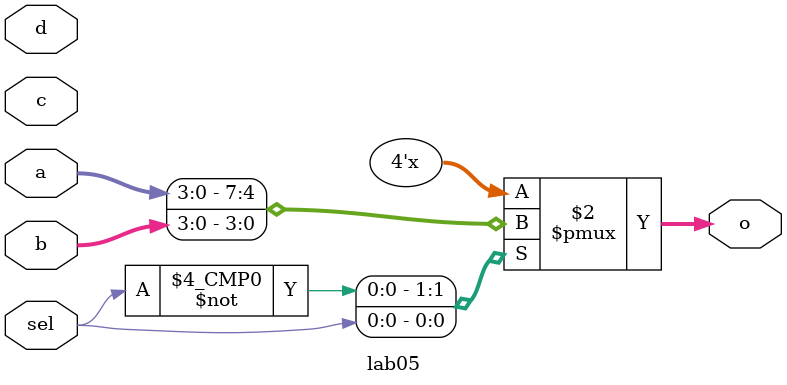
<source format=v>
`timescale 1ns / 1ps


module lab05(
input [3:0] a, b, c, d,
input sel,
output reg [3:0] o);

always @(*)
begin
    case(sel)
        2'b00: o = a;
        2'b01: o = b;
        2'b10: o = c;
        2'b11: o = d;
        default: o = 4'h0;
    endcase
end
endmodule 

</source>
